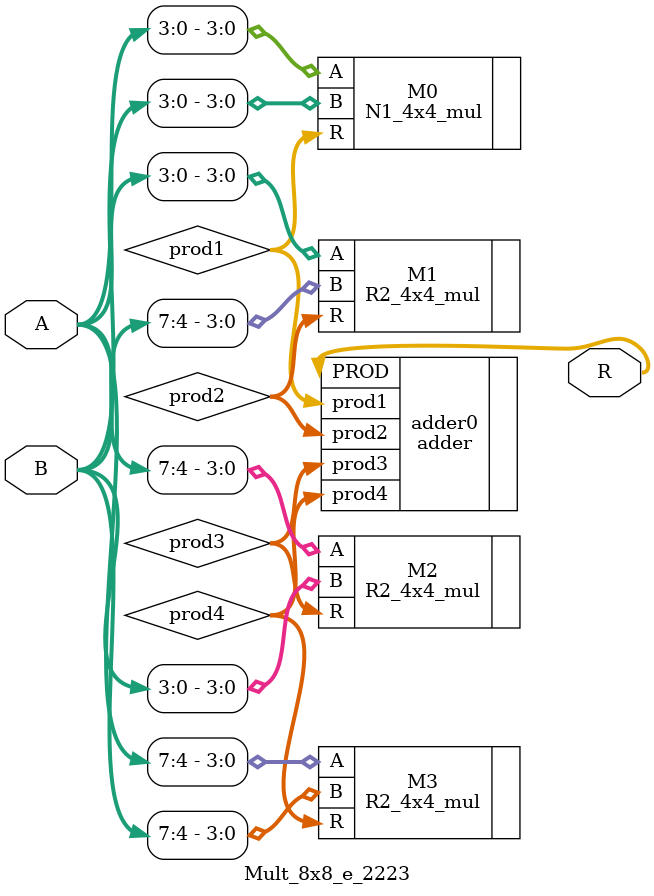
<source format=v>
module Mult_8x8_e_2223(
input [7:0] A,
input [7:0] B,
output [15:0]R
);
wire [7:0]prod1;
wire [7:0]prod2;
wire [7:0]prod3;
wire [7:0]prod4;

N1_4x4_mul M0(.A(A[3:0]),.B(B[3:0]),.R(prod1));
R2_4x4_mul M1(.A(A[3:0]),.B(B[7:4]),.R(prod2));
R2_4x4_mul M2(.A(A[7:4]),.B(B[3:0]),.R(prod3));
R2_4x4_mul M3(.A(A[7:4]),.B(B[7:4]),.R(prod4));
adder adder0(.prod1(prod1),.prod2(prod2),.prod3(prod3),.prod4(prod4),.PROD(R));
endmodule

</source>
